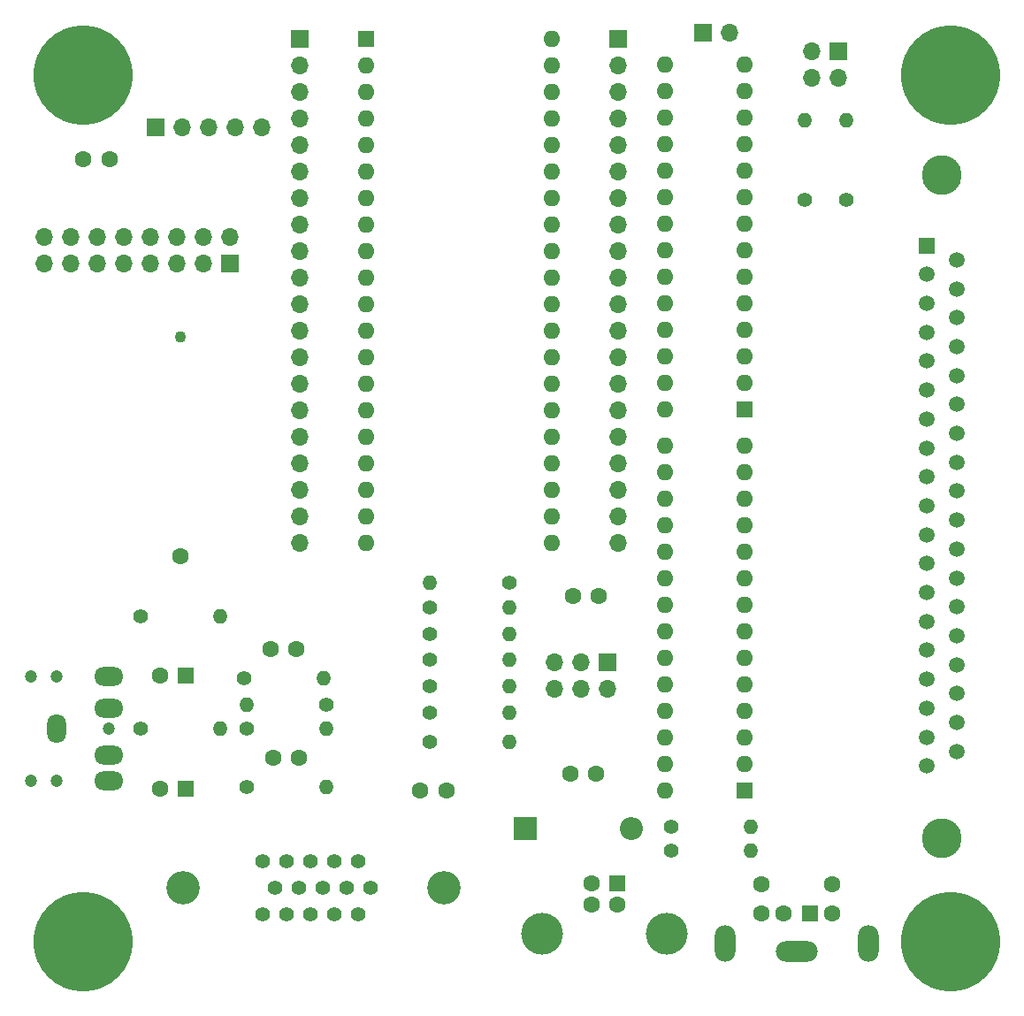
<source format=gbs>
G04 #@! TF.GenerationSoftware,KiCad,Pcbnew,(6.0.1)*
G04 #@! TF.CreationDate,2022-05-27T09:58:54-04:00*
G04 #@! TF.ProjectId,PiPicoMite-02,50695069-636f-44d6-9974-652d30322e6b,2*
G04 #@! TF.SameCoordinates,Original*
G04 #@! TF.FileFunction,Soldermask,Bot*
G04 #@! TF.FilePolarity,Negative*
%FSLAX46Y46*%
G04 Gerber Fmt 4.6, Leading zero omitted, Abs format (unit mm)*
G04 Created by KiCad (PCBNEW (6.0.1)) date 2022-05-27 09:58:54*
%MOMM*%
%LPD*%
G01*
G04 APERTURE LIST*
%ADD10R,1.700000X1.700000*%
%ADD11O,1.700000X1.700000*%
%ADD12R,1.600000X1.600000*%
%ADD13O,1.600000X1.600000*%
%ADD14C,1.400000*%
%ADD15O,1.400000X1.400000*%
%ADD16C,1.520000*%
%ADD17C,3.810000*%
%ADD18R,1.520000X1.520000*%
%ADD19C,3.200000*%
%ADD20C,1.397000*%
%ADD21C,1.600000*%
%ADD22C,1.100000*%
%ADD23C,4.000000*%
%ADD24C,9.525000*%
%ADD25R,2.200000X2.200000*%
%ADD26O,2.200000X2.200000*%
%ADD27C,1.200000*%
%ADD28O,2.800000X1.800000*%
%ADD29O,1.800000X2.800000*%
%ADD30O,2.000000X3.500000*%
%ADD31O,4.000000X2.000000*%
G04 APERTURE END LIST*
D10*
X56134000Y-62179200D03*
D11*
X56134000Y-64719200D03*
X53594000Y-62179200D03*
X53594000Y-64719200D03*
X51054000Y-62179200D03*
X51054000Y-64719200D03*
D12*
X69316600Y-74472800D03*
D13*
X69316600Y-71932800D03*
X69316600Y-69392800D03*
X69316600Y-66852800D03*
X69316600Y-64312800D03*
X69316600Y-61772800D03*
X69316600Y-59232800D03*
X69316600Y-56692800D03*
X69316600Y-54152800D03*
X69316600Y-51612800D03*
X69316600Y-49072800D03*
X69316600Y-46532800D03*
X69316600Y-43992800D03*
X69316600Y-41452800D03*
X61696600Y-41452800D03*
X61696600Y-43992800D03*
X61696600Y-46532800D03*
X61696600Y-49072800D03*
X61696600Y-51612800D03*
X61696600Y-54152800D03*
X61696600Y-56692800D03*
X61696600Y-59232800D03*
X61696600Y-61772800D03*
X61696600Y-64312800D03*
X61696600Y-66852800D03*
X61696600Y-69392800D03*
X61696600Y-71932800D03*
X61696600Y-74472800D03*
D12*
X69281200Y-38039200D03*
D13*
X69281200Y-35499200D03*
X69281200Y-32959200D03*
X69281200Y-30419200D03*
X69281200Y-27879200D03*
X69281200Y-25339200D03*
X69281200Y-22799200D03*
X69281200Y-20259200D03*
X69281200Y-17719200D03*
X69281200Y-15179200D03*
X69281200Y-12639200D03*
X69281200Y-10099200D03*
X69281200Y-7559200D03*
X69281200Y-5019200D03*
X61661200Y-5019200D03*
X61661200Y-7559200D03*
X61661200Y-10099200D03*
X61661200Y-12639200D03*
X61661200Y-15179200D03*
X61661200Y-17719200D03*
X61661200Y-20259200D03*
X61661200Y-22799200D03*
X61661200Y-25339200D03*
X61661200Y-27879200D03*
X61661200Y-30419200D03*
X61661200Y-32959200D03*
X61661200Y-35499200D03*
X61661200Y-38039200D03*
D14*
X46812200Y-54635400D03*
D15*
X39192200Y-54635400D03*
D14*
X79044800Y-17907000D03*
D15*
X79044800Y-10287000D03*
D14*
X75057000Y-17907000D03*
D15*
X75057000Y-10287000D03*
D16*
X89593600Y-70743600D03*
X89593600Y-67973600D03*
X89593600Y-65203600D03*
X89593600Y-62433600D03*
X89593600Y-59663600D03*
X89593600Y-56893600D03*
X89593600Y-54133600D03*
X89593600Y-51363600D03*
X89593600Y-48593600D03*
X89593600Y-45823600D03*
X89593600Y-43053600D03*
X89593600Y-40283600D03*
X89593600Y-37513600D03*
X89593600Y-34753600D03*
X89593600Y-31983600D03*
X89593600Y-29213600D03*
X89593600Y-26443600D03*
X89593600Y-23673600D03*
X86753600Y-72133600D03*
X86753600Y-69373600D03*
X86753600Y-66603600D03*
X86753600Y-63833600D03*
X86753600Y-61063600D03*
X86753600Y-58293600D03*
X86753600Y-55523600D03*
X86753600Y-52753600D03*
X86753600Y-49993600D03*
X86753600Y-47223600D03*
D17*
X88173600Y-79093600D03*
X88173600Y-15593600D03*
D16*
X86753600Y-44453600D03*
X86753600Y-41683600D03*
X86753600Y-38913600D03*
X86753600Y-36143600D03*
X86753600Y-33373600D03*
X86753600Y-30613600D03*
X86753600Y-27843600D03*
X86753600Y-25073600D03*
D18*
X86753600Y-22303600D03*
D10*
X78237000Y-3728800D03*
D11*
X78237000Y-6268800D03*
X75697000Y-3728800D03*
X75697000Y-6268800D03*
D10*
X65323800Y-1930400D03*
D11*
X67863800Y-1930400D03*
D19*
X40501510Y-83813590D03*
X15512990Y-83813590D03*
D20*
X32317630Y-81273590D03*
X30026550Y-81273590D03*
X27740550Y-81273590D03*
X25446930Y-81273590D03*
X23158390Y-81273590D03*
X33463170Y-83813590D03*
X31172090Y-83813590D03*
X28881010Y-83813590D03*
X26592470Y-83813590D03*
X24301390Y-83813590D03*
X32317630Y-86353590D03*
X30026550Y-86353590D03*
X27738010Y-86351050D03*
X25446930Y-86353590D03*
X23158390Y-86353590D03*
D21*
X15280500Y-52045000D03*
D22*
X15280500Y-31045000D03*
D14*
X39190000Y-57000000D03*
D15*
X46810000Y-57000000D03*
D14*
X39190000Y-59500000D03*
D15*
X46810000Y-59500000D03*
D14*
X21336000Y-63754000D03*
D15*
X28956000Y-63754000D03*
D14*
X39190000Y-62000000D03*
D15*
X46810000Y-62000000D03*
D14*
X39190000Y-64500000D03*
D15*
X46810000Y-64500000D03*
D14*
X39116000Y-69850000D03*
D15*
X46736000Y-69850000D03*
D14*
X39190000Y-67056000D03*
D15*
X46810000Y-67056000D03*
D12*
X33020000Y-2540000D03*
D13*
X33020000Y-5080000D03*
X33020000Y-7620000D03*
X33020000Y-10160000D03*
X33020000Y-12700000D03*
X33020000Y-15240000D03*
X33020000Y-17780000D03*
X33020000Y-20320000D03*
X33020000Y-22860000D03*
X33020000Y-25400000D03*
X33020000Y-27940000D03*
X33020000Y-30480000D03*
X33020000Y-33020000D03*
X33020000Y-35560000D03*
X33020000Y-38100000D03*
X33020000Y-40640000D03*
X33020000Y-43180000D03*
X33020000Y-45720000D03*
X33020000Y-48260000D03*
X33020000Y-50800000D03*
X50800000Y-50800000D03*
X50800000Y-48260000D03*
X50800000Y-45720000D03*
X50800000Y-43180000D03*
X50800000Y-40640000D03*
X50800000Y-38100000D03*
X50800000Y-35560000D03*
X50800000Y-33020000D03*
X50800000Y-30480000D03*
X50800000Y-27940000D03*
X50800000Y-25400000D03*
X50800000Y-22860000D03*
X50800000Y-20320000D03*
X50800000Y-17780000D03*
X50800000Y-15240000D03*
X50800000Y-12700000D03*
X50800000Y-10160000D03*
X50800000Y-7620000D03*
X50800000Y-5080000D03*
X50800000Y-2540000D03*
D12*
X57130000Y-83382500D03*
D21*
X54630000Y-83382500D03*
X54630000Y-85382500D03*
X57130000Y-85382500D03*
D23*
X49880000Y-88242500D03*
X61880000Y-88242500D03*
D21*
X38250000Y-74500000D03*
X40750000Y-74500000D03*
D12*
X15810113Y-63500000D03*
D21*
X13310113Y-63500000D03*
X23896000Y-60960000D03*
X26396000Y-60960000D03*
X52598000Y-72898000D03*
X55098000Y-72898000D03*
X6000000Y-14000000D03*
X8500000Y-14000000D03*
X52852000Y-55880000D03*
X55352000Y-55880000D03*
D14*
X21590000Y-74168000D03*
D15*
X29210000Y-74168000D03*
D24*
X6000000Y-6000000D03*
X89000000Y-6000000D03*
X6000000Y-89000000D03*
X89000000Y-89000000D03*
D14*
X11430000Y-57785000D03*
D15*
X19050000Y-57785000D03*
D10*
X12925000Y-11000000D03*
D11*
X15465000Y-11000000D03*
X18005000Y-11000000D03*
X20545000Y-11000000D03*
X23085000Y-11000000D03*
D10*
X20000000Y-24000000D03*
D11*
X20000000Y-21460000D03*
X17460000Y-24000000D03*
X17460000Y-21460000D03*
X14920000Y-24000000D03*
X14920000Y-21460000D03*
X12380000Y-24000000D03*
X12380000Y-21460000D03*
X9840000Y-24000000D03*
X9840000Y-21460000D03*
X7300000Y-24000000D03*
X7300000Y-21460000D03*
X4760000Y-24000000D03*
X4760000Y-21460000D03*
X2220000Y-24000000D03*
X2220000Y-21460000D03*
D25*
X48260000Y-78105000D03*
D26*
X58420000Y-78105000D03*
D21*
X24150000Y-71374000D03*
X26650000Y-71374000D03*
D27*
X3445000Y-63580000D03*
X3445000Y-73580000D03*
X945000Y-73580000D03*
X945000Y-63580000D03*
X8445000Y-68580000D03*
D28*
X8445000Y-63580000D03*
X8445000Y-66580000D03*
D29*
X3445000Y-68580000D03*
D28*
X8445000Y-73580000D03*
X8445000Y-71080000D03*
D10*
X57150000Y-2540000D03*
D11*
X57150000Y-5080000D03*
X57150000Y-7620000D03*
X57150000Y-10160000D03*
X57150000Y-12700000D03*
X57150000Y-15240000D03*
X57150000Y-17780000D03*
X57150000Y-20320000D03*
X57150000Y-22860000D03*
X57150000Y-25400000D03*
X57150000Y-27940000D03*
X57150000Y-30480000D03*
X57150000Y-33020000D03*
X57150000Y-35560000D03*
X57150000Y-38100000D03*
X57150000Y-40640000D03*
X57150000Y-43180000D03*
X57150000Y-45720000D03*
X57150000Y-48260000D03*
X57150000Y-50800000D03*
D14*
X29210000Y-66294000D03*
D15*
X21590000Y-66294000D03*
D14*
X62230000Y-80264000D03*
D15*
X69850000Y-80264000D03*
D14*
X62230000Y-77978000D03*
D15*
X69850000Y-77978000D03*
D12*
X15810113Y-74295000D03*
D21*
X13310113Y-74295000D03*
D12*
X75605000Y-86290000D03*
D21*
X73005000Y-86290000D03*
X77705000Y-86290000D03*
X70905000Y-86290000D03*
X77705000Y-83490000D03*
X70905000Y-83490000D03*
D30*
X67455000Y-89140000D03*
X81155000Y-89140000D03*
D31*
X74305000Y-89940000D03*
D14*
X11430000Y-68580000D03*
D15*
X19050000Y-68580000D03*
D14*
X21590000Y-68580000D03*
D15*
X29210000Y-68580000D03*
D10*
X26670000Y-2540000D03*
D11*
X26670000Y-5080000D03*
X26670000Y-7620000D03*
X26670000Y-10160000D03*
X26670000Y-12700000D03*
X26670000Y-15240000D03*
X26670000Y-17780000D03*
X26670000Y-20320000D03*
X26670000Y-22860000D03*
X26670000Y-25400000D03*
X26670000Y-27940000D03*
X26670000Y-30480000D03*
X26670000Y-33020000D03*
X26670000Y-35560000D03*
X26670000Y-38100000D03*
X26670000Y-40640000D03*
X26670000Y-43180000D03*
X26670000Y-45720000D03*
X26670000Y-48260000D03*
X26670000Y-50800000D03*
M02*

</source>
